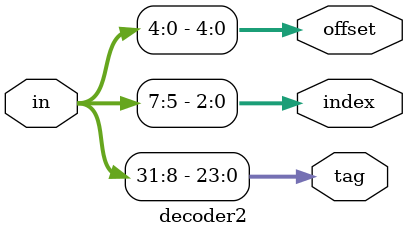
<source format=sv>
module decoder2 (
    input logic [31:0] in,
    output logic [23:0] tag,
    output logic [2:0] index,
    output logic [4:0] offset
    );

assign tag = in[31:8];
assign index = in[7:5];
assign offset = in[4:0];

endmodule

</source>
